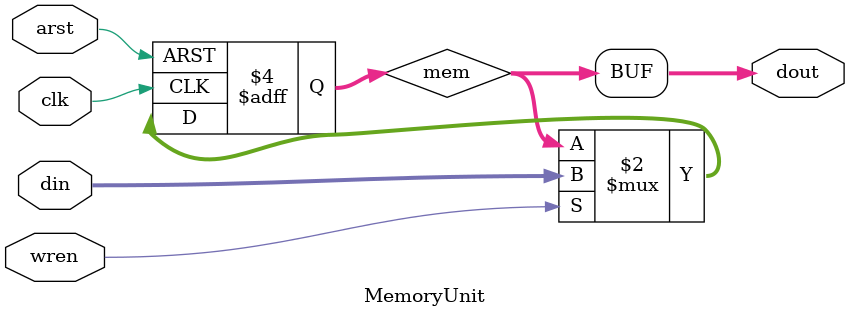
<source format=v>
/*--  *******************************************************
--  Computer Architecture Course, Laboratory Sources 
--  Amirkabir University of Technology (Tehran Polytechnic)
--  Department of Computer Engineering (CE-AUT)
--  https://ce[dot]aut[dot]ac[dot]ir
--  *******************************************************
--  All Rights reserved (C) 2019-2020
--  *******************************************************
--  Student ID  : 
--  Student Name: 
--  Student Mail: 
--  *******************************************************
--  Additional Comments:
--
--*/

/*-----------------------------------------------------------
---  Module Name: Memory Unit
---  Description: Module6:
-----------------------------------------------------------*/
`timescale 1 ns/1 ns

module MemoryUnit (
	input         arst , // async  reset
	input         clk  , // clock  posedge
	input         wren , // write  enabledata
	input  [34:0] din  , // input  data
	output [34:0] dout   // output data
);
    
	/* write your code here */
	reg [34:0] mem;
	assign dout = mem;
	// module 1, set ref
	always@(posedge clk or posedge arst)
	begin
		if(arst)
			mem <= 35'h0;
		else
		if(wren)
			mem <= din;
	end
	
	
	
	
	/* write your code here */

endmodule

</source>
